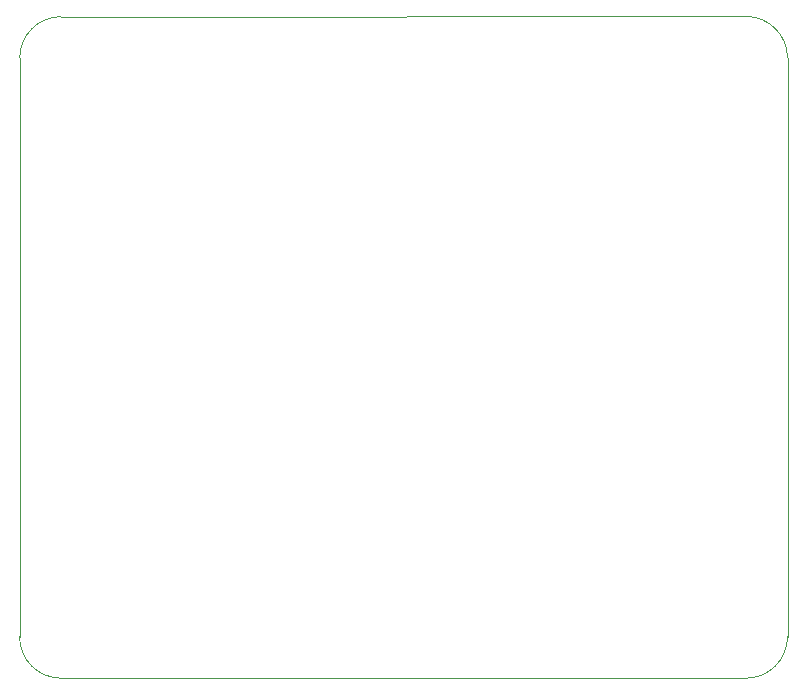
<source format=gbr>
%TF.GenerationSoftware,KiCad,Pcbnew,8.0.3-8.0.3-0~ubuntu23.10.1*%
%TF.CreationDate,2024-09-16T17:13:33+03:00*%
%TF.ProjectId,Raspberry Pi 5 shield,52617370-6265-4727-9279-205069203520,rev?*%
%TF.SameCoordinates,Original*%
%TF.FileFunction,Profile,NP*%
%FSLAX46Y46*%
G04 Gerber Fmt 4.6, Leading zero omitted, Abs format (unit mm)*
G04 Created by KiCad (PCBNEW 8.0.3-8.0.3-0~ubuntu23.10.1) date 2024-09-16 17:13:33*
%MOMM*%
%LPD*%
G01*
G04 APERTURE LIST*
%TA.AperFunction,Profile*%
%ADD10C,0.050000*%
%TD*%
G04 APERTURE END LIST*
D10*
X169152068Y-118552068D02*
X169152068Y-69527933D01*
X104140000Y-69540000D02*
X104127933Y-118552068D01*
X107627933Y-122052068D02*
G75*
G02*
X104127932Y-118552068I12067J3512068D01*
G01*
X169152068Y-118552068D02*
G75*
G02*
X165652068Y-122052068I-3512068J12068D01*
G01*
X107627933Y-122052068D02*
X165652068Y-122052068D01*
X104140000Y-69540000D02*
G75*
G02*
X107640000Y-66040000I3512100J-12100D01*
G01*
X165652068Y-66027933D02*
G75*
G02*
X169152067Y-69527933I-12068J-3512067D01*
G01*
X165652068Y-66027933D02*
X107640000Y-66040000D01*
M02*

</source>
